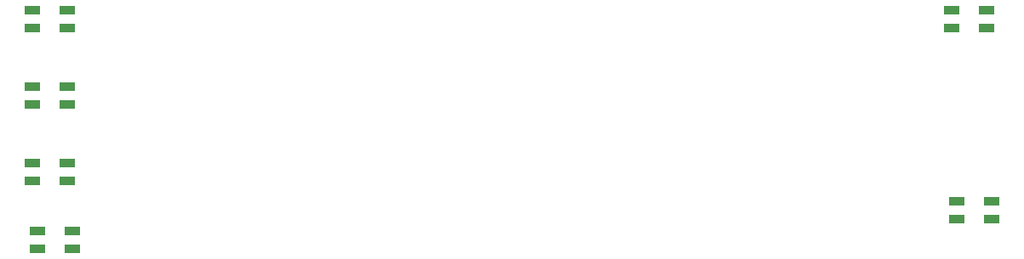
<source format=gbr>
%TF.GenerationSoftware,KiCad,Pcbnew,9.0.2*%
%TF.CreationDate,2025-11-21T15:49:54+05:30*%
%TF.ProjectId,Handpad,48616e64-7061-4642-9e6b-696361645f70,rev?*%
%TF.SameCoordinates,Original*%
%TF.FileFunction,Paste,Top*%
%TF.FilePolarity,Positive*%
%FSLAX46Y46*%
G04 Gerber Fmt 4.6, Leading zero omitted, Abs format (unit mm)*
G04 Created by KiCad (PCBNEW 9.0.2) date 2025-11-21 15:49:54*
%MOMM*%
%LPD*%
G01*
G04 APERTURE LIST*
%ADD10R,1.600000X0.850000*%
G04 APERTURE END LIST*
D10*
%TO.C,D3*%
X188750000Y-86755000D03*
X188750000Y-88505000D03*
X192250000Y-88505000D03*
X192250000Y-86755000D03*
%TD*%
%TO.C,D1*%
X97310000Y-86755000D03*
X97310000Y-88505000D03*
X100810000Y-88505000D03*
X100810000Y-86755000D03*
%TD*%
%TO.C,D2*%
X97790000Y-108740000D03*
X97790000Y-110490000D03*
X101290000Y-110490000D03*
X101290000Y-108740000D03*
%TD*%
%TO.C,D4*%
X189230000Y-105805000D03*
X189230000Y-107555000D03*
X192730000Y-107555000D03*
X192730000Y-105805000D03*
%TD*%
%TO.C,D6*%
X97310000Y-94375000D03*
X97310000Y-96125000D03*
X100810000Y-96125000D03*
X100810000Y-94375000D03*
%TD*%
%TO.C,D5*%
X97310000Y-101995000D03*
X97310000Y-103745000D03*
X100810000Y-103745000D03*
X100810000Y-101995000D03*
%TD*%
M02*

</source>
